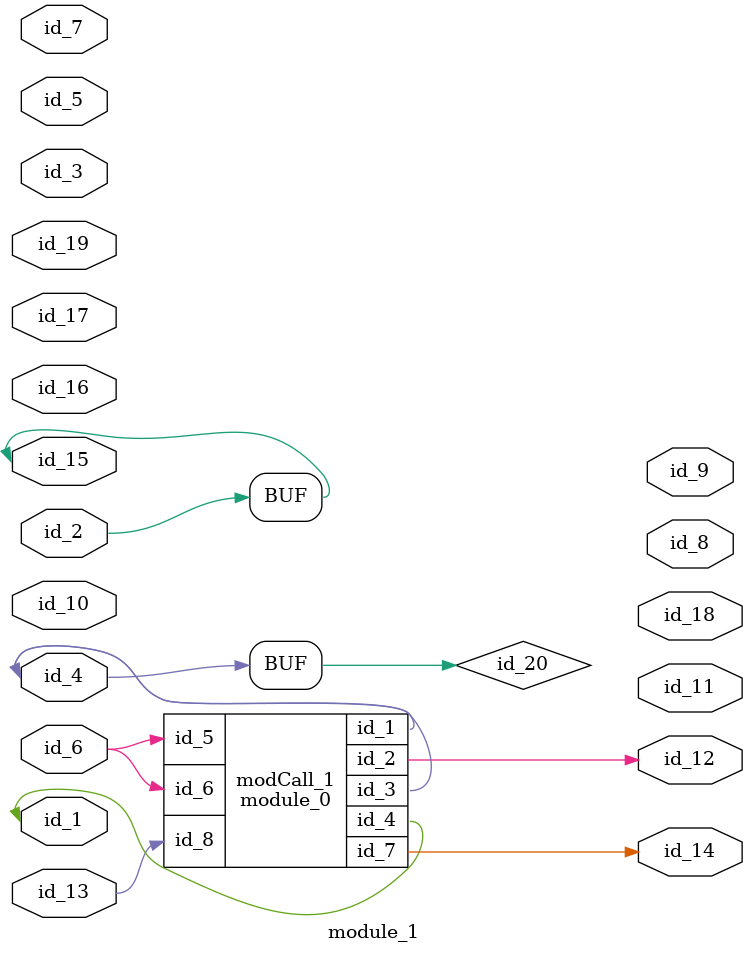
<source format=v>
module module_0 (
    id_1,
    id_2,
    id_3,
    id_4,
    id_5,
    id_6,
    id_7,
    id_8
);
  input wire id_8;
  output wire id_7;
  input wire id_6;
  input wire id_5;
  inout wire id_4;
  output wire id_3;
  output wire id_2;
  inout wire id_1;
  assign id_7 = id_5;
endmodule
module module_1 (
    id_1,
    id_2,
    id_3,
    id_4,
    id_5,
    id_6,
    id_7,
    id_8,
    id_9,
    id_10,
    id_11,
    id_12,
    id_13,
    id_14,
    id_15,
    id_16,
    id_17,
    id_18,
    id_19
);
  input wire id_19;
  output wire id_18;
  inout wire id_17;
  inout wire id_16;
  inout wire id_15;
  output wire id_14;
  inout wire id_13;
  output wire id_12;
  output wire id_11;
  input wire id_10;
  output wire id_9;
  output wire id_8;
  input wire id_7;
  input wire id_6;
  input wire id_5;
  input wire id_4;
  inout wire id_3;
  input wire id_2;
  inout wire id_1;
  wire id_20 = id_4;
  assign id_15 = id_2;
  module_0 modCall_1 (
      id_20,
      id_12,
      id_20,
      id_1,
      id_6,
      id_6,
      id_14,
      id_13
  );
endmodule

</source>
